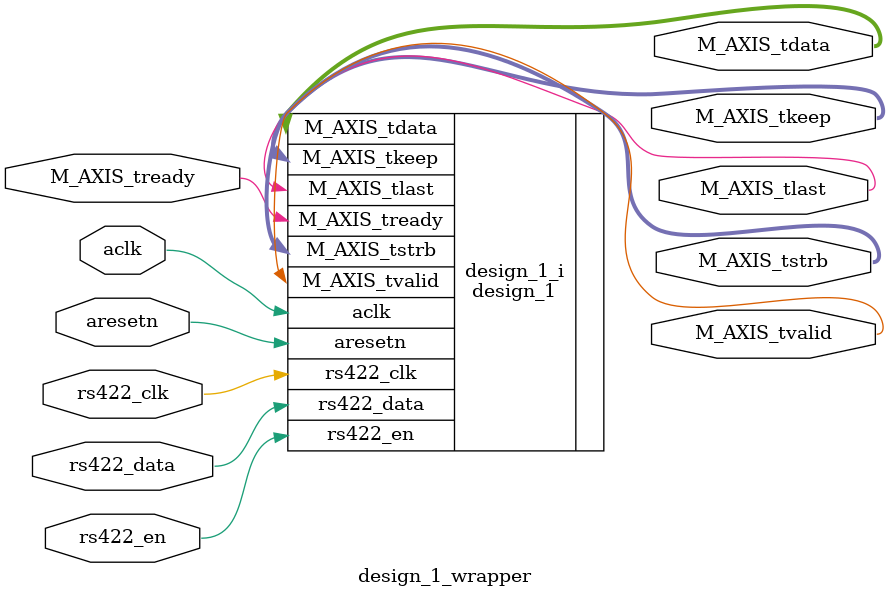
<source format=v>
`timescale 1 ps / 1 ps

module design_1_wrapper
   (M_AXIS_tdata,
    M_AXIS_tkeep,
    M_AXIS_tlast,
    M_AXIS_tready,
    M_AXIS_tstrb,
    M_AXIS_tvalid,
    aclk,
    aresetn,
    rs422_clk,
    rs422_data,
    rs422_en);
  output [31:0]M_AXIS_tdata;
  output [3:0]M_AXIS_tkeep;
  output M_AXIS_tlast;
  input M_AXIS_tready;
  output [3:0]M_AXIS_tstrb;
  output M_AXIS_tvalid;
  input aclk;
  input aresetn;
  input rs422_clk;
  input rs422_data;
  input rs422_en;

  wire [31:0]M_AXIS_tdata;
  wire [3:0]M_AXIS_tkeep;
  wire M_AXIS_tlast;
  wire M_AXIS_tready;
  wire [3:0]M_AXIS_tstrb;
  wire M_AXIS_tvalid;
  wire aclk;
  wire aresetn;
  wire rs422_clk;
  wire rs422_data;
  wire rs422_en;

  design_1 design_1_i
       (.M_AXIS_tdata(M_AXIS_tdata),
        .M_AXIS_tkeep(M_AXIS_tkeep),
        .M_AXIS_tlast(M_AXIS_tlast),
        .M_AXIS_tready(M_AXIS_tready),
        .M_AXIS_tstrb(M_AXIS_tstrb),
        .M_AXIS_tvalid(M_AXIS_tvalid),
        .aclk(aclk),
        .aresetn(aresetn),
        .rs422_clk(rs422_clk),
        .rs422_data(rs422_data),
        .rs422_en(rs422_en));
endmodule

</source>
